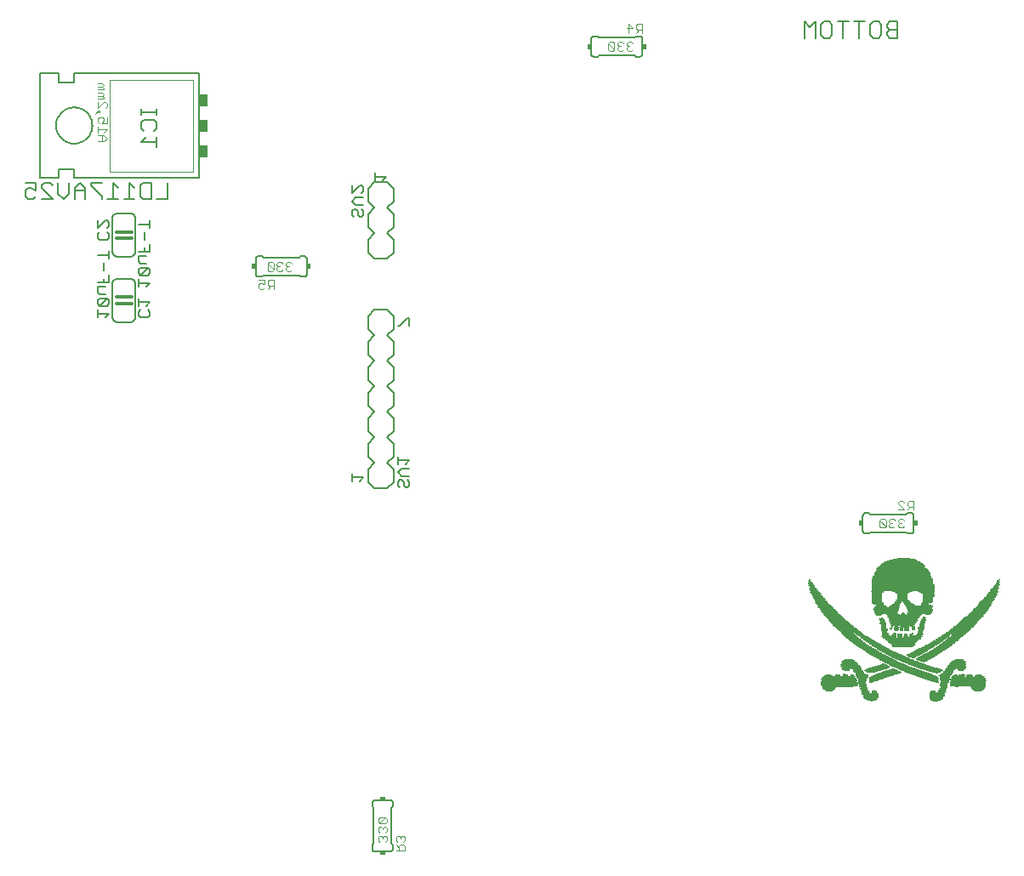
<source format=gbo>
G75*
%MOIN*%
%OFA0B0*%
%FSLAX24Y24*%
%IPPOS*%
%LPD*%
%AMOC8*
5,1,8,0,0,1.08239X$1,22.5*
%
%ADD10C,0.0060*%
%ADD11R,0.0066X0.0033*%
%ADD12R,0.0167X0.0033*%
%ADD13R,0.0334X0.0033*%
%ADD14R,0.0367X0.0033*%
%ADD15R,0.0466X0.0033*%
%ADD16R,0.0467X0.0033*%
%ADD17R,0.0500X0.0033*%
%ADD18R,0.0533X0.0033*%
%ADD19R,0.0567X0.0033*%
%ADD20R,0.0566X0.0033*%
%ADD21R,0.0600X0.0033*%
%ADD22R,0.0566X0.0033*%
%ADD23R,0.0600X0.0033*%
%ADD24R,0.0634X0.0033*%
%ADD25R,0.0633X0.0033*%
%ADD26R,0.0634X0.0033*%
%ADD27R,0.0633X0.0033*%
%ADD28R,0.0300X0.0033*%
%ADD29R,0.0233X0.0033*%
%ADD30R,0.0333X0.0033*%
%ADD31R,0.0233X0.0033*%
%ADD32R,0.0234X0.0033*%
%ADD33R,0.0267X0.0033*%
%ADD34R,0.0333X0.0033*%
%ADD35R,0.0033X0.0033*%
%ADD36R,0.0400X0.0033*%
%ADD37R,0.0434X0.0033*%
%ADD38R,0.0300X0.0033*%
%ADD39R,0.0266X0.0033*%
%ADD40R,0.0266X0.0033*%
%ADD41R,0.1200X0.0033*%
%ADD42R,0.0267X0.0033*%
%ADD43R,0.0133X0.0033*%
%ADD44R,0.1400X0.0033*%
%ADD45R,0.1434X0.0033*%
%ADD46R,0.1434X0.0033*%
%ADD47R,0.1433X0.0033*%
%ADD48R,0.1467X0.0033*%
%ADD49R,0.1433X0.0033*%
%ADD50R,0.0133X0.0033*%
%ADD51R,0.0366X0.0033*%
%ADD52R,0.0433X0.0033*%
%ADD53R,0.0466X0.0033*%
%ADD54R,0.1367X0.0033*%
%ADD55R,0.1367X0.0033*%
%ADD56R,0.0366X0.0033*%
%ADD57R,0.0533X0.0033*%
%ADD58R,0.0367X0.0033*%
%ADD59R,0.1333X0.0033*%
%ADD60R,0.0666X0.0033*%
%ADD61R,0.1334X0.0033*%
%ADD62R,0.1300X0.0033*%
%ADD63R,0.0434X0.0033*%
%ADD64R,0.0700X0.0033*%
%ADD65R,0.0733X0.0033*%
%ADD66R,0.1267X0.0033*%
%ADD67R,0.0766X0.0033*%
%ADD68R,0.0800X0.0033*%
%ADD69R,0.0433X0.0033*%
%ADD70R,0.0500X0.0033*%
%ADD71R,0.0400X0.0033*%
%ADD72R,0.0166X0.0033*%
%ADD73R,0.0800X0.0033*%
%ADD74R,0.0833X0.0033*%
%ADD75R,0.0200X0.0033*%
%ADD76R,0.0134X0.0033*%
%ADD77R,0.0100X0.0033*%
%ADD78R,0.0866X0.0033*%
%ADD79R,0.0867X0.0033*%
%ADD80R,0.0067X0.0033*%
%ADD81R,0.0866X0.0033*%
%ADD82R,0.0834X0.0033*%
%ADD83R,0.0100X0.0033*%
%ADD84R,0.0700X0.0033*%
%ADD85R,0.0767X0.0033*%
%ADD86R,0.0667X0.0033*%
%ADD87R,0.0734X0.0033*%
%ADD88R,0.0334X0.0033*%
%ADD89R,0.0767X0.0033*%
%ADD90R,0.0166X0.0033*%
%ADD91R,0.0734X0.0033*%
%ADD92R,0.0567X0.0033*%
%ADD93R,0.0733X0.0033*%
%ADD94R,0.0667X0.0033*%
%ADD95R,0.0067X0.0033*%
%ADD96R,0.0534X0.0033*%
%ADD97R,0.0534X0.0033*%
%ADD98R,0.0467X0.0033*%
%ADD99R,0.0933X0.0033*%
%ADD100R,0.1033X0.0033*%
%ADD101R,0.1100X0.0033*%
%ADD102R,0.1134X0.0033*%
%ADD103R,0.1500X0.0033*%
%ADD104R,0.0167X0.0033*%
%ADD105R,0.0200X0.0033*%
%ADD106R,0.0867X0.0033*%
%ADD107R,0.0134X0.0033*%
%ADD108R,0.0066X0.0033*%
%ADD109R,0.0833X0.0033*%
%ADD110R,0.0234X0.0033*%
%ADD111R,0.0766X0.0033*%
%ADD112R,0.0900X0.0033*%
%ADD113R,0.0967X0.0033*%
%ADD114R,0.1000X0.0033*%
%ADD115R,0.1034X0.0033*%
%ADD116R,0.1133X0.0033*%
%ADD117R,0.1166X0.0033*%
%ADD118R,0.1234X0.0033*%
%ADD119R,0.1267X0.0033*%
%ADD120R,0.1333X0.0033*%
%ADD121R,0.0900X0.0033*%
%ADD122R,0.0967X0.0033*%
%ADD123R,0.0934X0.0033*%
%ADD124R,0.1000X0.0033*%
%ADD125R,0.1033X0.0033*%
%ADD126R,0.1067X0.0033*%
%ADD127R,0.2467X0.0033*%
%ADD128R,0.2467X0.0033*%
%ADD129R,0.2433X0.0033*%
%ADD130R,0.2433X0.0033*%
%ADD131R,0.2367X0.0033*%
%ADD132R,0.2367X0.0033*%
%ADD133R,0.2300X0.0033*%
%ADD134R,0.2300X0.0033*%
%ADD135R,0.2233X0.0033*%
%ADD136R,0.2233X0.0033*%
%ADD137R,0.2200X0.0033*%
%ADD138R,0.2167X0.0033*%
%ADD139R,0.2134X0.0033*%
%ADD140R,0.2066X0.0033*%
%ADD141R,0.2000X0.0033*%
%ADD142R,0.1967X0.0033*%
%ADD143R,0.1900X0.0033*%
%ADD144R,0.1833X0.0033*%
%ADD145R,0.1800X0.0033*%
%ADD146R,0.1734X0.0033*%
%ADD147R,0.1666X0.0033*%
%ADD148R,0.1567X0.0033*%
%ADD149R,0.1466X0.0033*%
%ADD150R,0.1233X0.0033*%
%ADD151C,0.0040*%
%ADD152R,0.0150X0.0200*%
%ADD153R,0.0200X0.0150*%
%ADD154C,0.0050*%
%ADD155C,0.0020*%
%ADD156R,0.0350X0.0500*%
%ADD157C,0.0070*%
%ADD158C,0.0120*%
D10*
X013771Y003472D02*
X013771Y003622D01*
X013821Y003672D01*
X013821Y005072D01*
X013771Y005122D01*
X013771Y005272D01*
X013773Y005289D01*
X013777Y005306D01*
X013784Y005322D01*
X013794Y005336D01*
X013807Y005349D01*
X013821Y005359D01*
X013837Y005366D01*
X013854Y005370D01*
X013871Y005372D01*
X014471Y005372D01*
X014488Y005370D01*
X014505Y005366D01*
X014521Y005359D01*
X014535Y005349D01*
X014548Y005336D01*
X014558Y005322D01*
X014565Y005306D01*
X014569Y005289D01*
X014571Y005272D01*
X014571Y005122D01*
X014521Y005072D01*
X014521Y003672D01*
X014571Y003622D01*
X014571Y003472D01*
X014569Y003455D01*
X014565Y003438D01*
X014558Y003422D01*
X014548Y003408D01*
X014535Y003395D01*
X014521Y003385D01*
X014505Y003378D01*
X014488Y003374D01*
X014471Y003372D01*
X013871Y003372D01*
X013854Y003374D01*
X013837Y003378D01*
X013821Y003385D01*
X013807Y003395D01*
X013794Y003408D01*
X013784Y003422D01*
X013777Y003438D01*
X013773Y003455D01*
X013771Y003472D01*
X013850Y017600D02*
X013600Y017850D01*
X013600Y018350D01*
X013850Y018600D01*
X013600Y018850D01*
X013600Y019350D01*
X013850Y019600D01*
X013600Y019850D01*
X013600Y020350D01*
X013850Y020600D01*
X013600Y020850D01*
X013600Y021350D01*
X013850Y021600D01*
X013600Y021850D01*
X013600Y022350D01*
X013850Y022600D01*
X013600Y022850D01*
X013600Y023350D01*
X013850Y023600D01*
X013600Y023850D01*
X013600Y024350D01*
X013850Y024600D01*
X014350Y024600D01*
X014600Y024350D01*
X014600Y023850D01*
X014350Y023600D01*
X014600Y023350D01*
X014600Y022850D01*
X014350Y022600D01*
X014600Y022350D01*
X014600Y021850D01*
X014350Y021600D01*
X014600Y021350D01*
X014600Y020850D01*
X014350Y020600D01*
X014600Y020350D01*
X014600Y019850D01*
X014350Y019600D01*
X014600Y019350D01*
X014600Y018850D01*
X014350Y018600D01*
X014600Y018350D01*
X014600Y017850D01*
X014350Y017600D01*
X013850Y017600D01*
X011098Y025895D02*
X010948Y025895D01*
X010898Y025945D01*
X009498Y025945D01*
X009448Y025895D01*
X009298Y025895D01*
X009281Y025897D01*
X009264Y025901D01*
X009248Y025908D01*
X009234Y025918D01*
X009221Y025931D01*
X009211Y025945D01*
X009204Y025961D01*
X009200Y025978D01*
X009198Y025995D01*
X009198Y026595D01*
X009200Y026612D01*
X009204Y026629D01*
X009211Y026645D01*
X009221Y026659D01*
X009234Y026672D01*
X009248Y026682D01*
X009264Y026689D01*
X009281Y026693D01*
X009298Y026695D01*
X009448Y026695D01*
X009498Y026645D01*
X010898Y026645D01*
X010948Y026695D01*
X011098Y026695D01*
X011115Y026693D01*
X011132Y026689D01*
X011148Y026682D01*
X011162Y026672D01*
X011175Y026659D01*
X011185Y026645D01*
X011192Y026629D01*
X011196Y026612D01*
X011198Y026595D01*
X011198Y025995D01*
X011196Y025978D01*
X011192Y025961D01*
X011185Y025945D01*
X011175Y025931D01*
X011162Y025918D01*
X011148Y025908D01*
X011132Y025901D01*
X011115Y025897D01*
X011098Y025895D01*
X013600Y026850D02*
X013850Y026600D01*
X014350Y026600D01*
X014600Y026850D01*
X014600Y027350D01*
X014350Y027600D01*
X014600Y027850D01*
X014600Y028350D01*
X014350Y028600D01*
X014600Y028850D01*
X014600Y029350D01*
X014350Y029600D01*
X013850Y029600D01*
X013600Y029350D01*
X013600Y028850D01*
X013850Y028600D01*
X013600Y028350D01*
X013600Y027850D01*
X013850Y027600D01*
X013600Y027350D01*
X013600Y026850D01*
X006985Y029768D02*
X002085Y029768D01*
X002085Y030118D01*
X001485Y030118D01*
X001485Y029768D01*
X000735Y029768D01*
X000735Y033868D01*
X001485Y033868D01*
X001485Y033518D01*
X002085Y033518D01*
X002085Y033868D01*
X006985Y033868D01*
X006985Y029768D01*
X004483Y028181D02*
X004483Y026881D01*
X004481Y026855D01*
X004476Y026829D01*
X004468Y026804D01*
X004456Y026781D01*
X004442Y026759D01*
X004424Y026740D01*
X004405Y026722D01*
X004383Y026708D01*
X004360Y026696D01*
X004335Y026688D01*
X004309Y026683D01*
X004283Y026681D01*
X003783Y026681D01*
X003757Y026683D01*
X003731Y026688D01*
X003706Y026696D01*
X003683Y026708D01*
X003661Y026722D01*
X003642Y026740D01*
X003624Y026759D01*
X003610Y026781D01*
X003598Y026804D01*
X003590Y026829D01*
X003585Y026855D01*
X003583Y026881D01*
X003583Y028181D01*
X003585Y028207D01*
X003590Y028233D01*
X003598Y028258D01*
X003610Y028281D01*
X003624Y028303D01*
X003642Y028322D01*
X003661Y028340D01*
X003683Y028354D01*
X003706Y028366D01*
X003731Y028374D01*
X003757Y028379D01*
X003783Y028381D01*
X004283Y028381D01*
X004309Y028379D01*
X004335Y028374D01*
X004360Y028366D01*
X004383Y028354D01*
X004405Y028340D01*
X004424Y028322D01*
X004442Y028303D01*
X004456Y028281D01*
X004468Y028258D01*
X004476Y028233D01*
X004481Y028207D01*
X004483Y028181D01*
X004283Y025814D02*
X003783Y025814D01*
X003757Y025812D01*
X003731Y025807D01*
X003706Y025799D01*
X003683Y025787D01*
X003661Y025773D01*
X003642Y025755D01*
X003624Y025736D01*
X003610Y025714D01*
X003598Y025691D01*
X003590Y025666D01*
X003585Y025640D01*
X003583Y025614D01*
X003583Y024314D01*
X003585Y024288D01*
X003590Y024262D01*
X003598Y024237D01*
X003610Y024214D01*
X003624Y024192D01*
X003642Y024173D01*
X003661Y024155D01*
X003683Y024141D01*
X003706Y024129D01*
X003731Y024121D01*
X003757Y024116D01*
X003783Y024114D01*
X004283Y024114D01*
X004309Y024116D01*
X004335Y024121D01*
X004360Y024129D01*
X004383Y024141D01*
X004405Y024155D01*
X004424Y024173D01*
X004442Y024192D01*
X004456Y024214D01*
X004468Y024237D01*
X004476Y024262D01*
X004481Y024288D01*
X004483Y024314D01*
X004483Y025614D01*
X004481Y025640D01*
X004476Y025666D01*
X004468Y025691D01*
X004456Y025714D01*
X004442Y025736D01*
X004424Y025755D01*
X004405Y025773D01*
X004383Y025787D01*
X004360Y025799D01*
X004335Y025807D01*
X004309Y025812D01*
X004283Y025814D01*
X001375Y031818D02*
X001377Y031871D01*
X001383Y031924D01*
X001393Y031976D01*
X001407Y032027D01*
X001424Y032077D01*
X001445Y032126D01*
X001470Y032173D01*
X001498Y032218D01*
X001530Y032261D01*
X001565Y032301D01*
X001602Y032338D01*
X001642Y032373D01*
X001685Y032405D01*
X001730Y032433D01*
X001777Y032458D01*
X001826Y032479D01*
X001876Y032496D01*
X001927Y032510D01*
X001979Y032520D01*
X002032Y032526D01*
X002085Y032528D01*
X002138Y032526D01*
X002191Y032520D01*
X002243Y032510D01*
X002294Y032496D01*
X002344Y032479D01*
X002393Y032458D01*
X002440Y032433D01*
X002485Y032405D01*
X002528Y032373D01*
X002568Y032338D01*
X002605Y032301D01*
X002640Y032261D01*
X002672Y032218D01*
X002700Y032173D01*
X002725Y032126D01*
X002746Y032077D01*
X002763Y032027D01*
X002777Y031976D01*
X002787Y031924D01*
X002793Y031871D01*
X002795Y031818D01*
X002793Y031765D01*
X002787Y031712D01*
X002777Y031660D01*
X002763Y031609D01*
X002746Y031559D01*
X002725Y031510D01*
X002700Y031463D01*
X002672Y031418D01*
X002640Y031375D01*
X002605Y031335D01*
X002568Y031298D01*
X002528Y031263D01*
X002485Y031231D01*
X002440Y031203D01*
X002393Y031178D01*
X002344Y031157D01*
X002294Y031140D01*
X002243Y031126D01*
X002191Y031116D01*
X002138Y031110D01*
X002085Y031108D01*
X002032Y031110D01*
X001979Y031116D01*
X001927Y031126D01*
X001876Y031140D01*
X001826Y031157D01*
X001777Y031178D01*
X001730Y031203D01*
X001685Y031231D01*
X001642Y031263D01*
X001602Y031298D01*
X001565Y031335D01*
X001530Y031375D01*
X001498Y031418D01*
X001470Y031463D01*
X001445Y031510D01*
X001424Y031559D01*
X001407Y031609D01*
X001393Y031660D01*
X001383Y031712D01*
X001377Y031765D01*
X001375Y031818D01*
X022353Y034619D02*
X022353Y035219D01*
X022355Y035236D01*
X022359Y035253D01*
X022366Y035269D01*
X022376Y035283D01*
X022389Y035296D01*
X022403Y035306D01*
X022419Y035313D01*
X022436Y035317D01*
X022453Y035319D01*
X022603Y035319D01*
X022653Y035269D01*
X024053Y035269D01*
X024103Y035319D01*
X024253Y035319D01*
X024270Y035317D01*
X024287Y035313D01*
X024303Y035306D01*
X024317Y035296D01*
X024330Y035283D01*
X024340Y035269D01*
X024347Y035253D01*
X024351Y035236D01*
X024353Y035219D01*
X024353Y034619D01*
X024351Y034602D01*
X024347Y034585D01*
X024340Y034569D01*
X024330Y034555D01*
X024317Y034542D01*
X024303Y034532D01*
X024287Y034525D01*
X024270Y034521D01*
X024253Y034519D01*
X024103Y034519D01*
X024053Y034569D01*
X022653Y034569D01*
X022603Y034519D01*
X022453Y034519D01*
X022436Y034521D01*
X022419Y034525D01*
X022403Y034532D01*
X022389Y034542D01*
X022376Y034555D01*
X022366Y034569D01*
X022359Y034585D01*
X022355Y034602D01*
X022353Y034619D01*
X030712Y035248D02*
X030712Y035889D01*
X030925Y035675D01*
X031139Y035889D01*
X031139Y035248D01*
X031356Y035355D02*
X031356Y035782D01*
X031463Y035889D01*
X031676Y035889D01*
X031783Y035782D01*
X031783Y035355D01*
X031676Y035248D01*
X031463Y035248D01*
X031356Y035355D01*
X032001Y035889D02*
X032428Y035889D01*
X032214Y035889D02*
X032214Y035248D01*
X032859Y035248D02*
X032859Y035889D01*
X033072Y035889D02*
X032645Y035889D01*
X033290Y035782D02*
X033290Y035355D01*
X033397Y035248D01*
X033610Y035248D01*
X033717Y035355D01*
X033717Y035782D01*
X033610Y035889D01*
X033397Y035889D01*
X033290Y035782D01*
X033934Y035782D02*
X033934Y035675D01*
X034041Y035568D01*
X034361Y035568D01*
X034361Y035248D02*
X034041Y035248D01*
X033934Y035355D01*
X033934Y035462D01*
X034041Y035568D01*
X033934Y035782D02*
X034041Y035889D01*
X034361Y035889D01*
X034361Y035248D01*
X034743Y016630D02*
X034693Y016580D01*
X033293Y016580D01*
X033243Y016630D01*
X033093Y016630D01*
X033076Y016628D01*
X033059Y016624D01*
X033043Y016617D01*
X033029Y016607D01*
X033016Y016594D01*
X033006Y016580D01*
X032999Y016564D01*
X032995Y016547D01*
X032993Y016530D01*
X032993Y015930D01*
X032995Y015913D01*
X032999Y015896D01*
X033006Y015880D01*
X033016Y015866D01*
X033029Y015853D01*
X033043Y015843D01*
X033059Y015836D01*
X033076Y015832D01*
X033093Y015830D01*
X033243Y015830D01*
X033293Y015880D01*
X034693Y015880D01*
X034743Y015830D01*
X034893Y015830D01*
X034910Y015832D01*
X034927Y015836D01*
X034943Y015843D01*
X034957Y015853D01*
X034970Y015866D01*
X034980Y015880D01*
X034987Y015896D01*
X034991Y015913D01*
X034993Y015930D01*
X034993Y016530D01*
X034991Y016547D01*
X034987Y016564D01*
X034980Y016580D01*
X034970Y016594D01*
X034957Y016607D01*
X034943Y016617D01*
X034927Y016624D01*
X034910Y016628D01*
X034893Y016630D01*
X034743Y016630D01*
D11*
X034135Y012181D03*
X034135Y012148D03*
X033335Y009248D03*
D12*
X033451Y009648D03*
X032018Y010281D03*
X034218Y011848D03*
X034318Y012048D03*
X034318Y012081D03*
X034318Y012148D03*
X034518Y012148D03*
X034718Y012148D03*
X034718Y012181D03*
X034718Y012081D03*
X034718Y012048D03*
X034951Y012181D03*
X034451Y011881D03*
X034451Y011848D03*
X034451Y011781D03*
X034451Y011748D03*
X033718Y012481D03*
X030951Y013848D03*
X030951Y013881D03*
X035751Y009648D03*
X035851Y009248D03*
X036618Y010248D03*
D13*
X033335Y009281D03*
X032435Y010881D03*
X031635Y010248D03*
X033035Y011781D03*
X038135Y013548D03*
D14*
X036151Y011748D03*
X036051Y011681D03*
X035851Y011548D03*
X036418Y010481D03*
X036351Y010381D03*
X036218Y010148D03*
X036218Y010081D03*
X035851Y009281D03*
X033318Y011581D03*
X033218Y011648D03*
X032818Y010448D03*
X032851Y010381D03*
X034251Y012981D03*
X034818Y013048D03*
X031151Y013481D03*
D15*
X033335Y010414D03*
X033335Y009314D03*
D16*
X032968Y010214D03*
X033768Y011314D03*
X033568Y013114D03*
X033568Y013514D03*
X035568Y013414D03*
X037901Y013214D03*
X037501Y009714D03*
X035868Y009314D03*
D17*
X036218Y010248D03*
X036285Y011481D03*
X036385Y011548D03*
X036418Y011581D03*
X036518Y011648D03*
X036552Y011681D03*
X036618Y011748D03*
X036752Y011848D03*
X035385Y011281D03*
X035318Y011248D03*
X035052Y011748D03*
X033885Y011248D03*
X033818Y011281D03*
X033118Y011348D03*
X032985Y011448D03*
X032918Y011481D03*
X032852Y011548D03*
X032785Y011581D03*
X032718Y011648D03*
X032685Y011681D03*
X032585Y011748D03*
X032552Y011781D03*
X032485Y011848D03*
X032452Y011881D03*
X031452Y013048D03*
X031418Y013081D03*
X033585Y013548D03*
X033718Y012948D03*
X034552Y013481D03*
X035552Y013481D03*
X034618Y014848D03*
X037785Y013048D03*
X037852Y013148D03*
X037885Y013181D03*
X034152Y010448D03*
X032985Y010281D03*
X032985Y010248D03*
X033318Y009348D03*
X031685Y009748D03*
D18*
X033068Y011381D03*
X033268Y011248D03*
X034001Y011181D03*
X034068Y011148D03*
X034968Y011048D03*
X035201Y011181D03*
X035068Y011781D03*
X036001Y011281D03*
X036101Y011348D03*
X037501Y009781D03*
X037501Y009748D03*
X035868Y009348D03*
X034168Y012648D03*
X034568Y013181D03*
X031501Y012981D03*
X037701Y012948D03*
X037801Y013081D03*
D19*
X037651Y012881D03*
X037618Y012848D03*
X035651Y011081D03*
X034018Y011781D03*
X033451Y011148D03*
X033551Y011081D03*
X033618Y011048D03*
X032451Y010781D03*
X033318Y009381D03*
X031518Y012948D03*
D20*
X031585Y012881D03*
X033385Y011181D03*
X031685Y009781D03*
X035885Y009381D03*
X035785Y011148D03*
D21*
X035368Y010914D03*
X034335Y011014D03*
X033868Y010914D03*
X033668Y011014D03*
X033302Y009414D03*
X031635Y012814D03*
X034535Y013514D03*
X037602Y012814D03*
X037502Y009814D03*
D22*
X035885Y009414D03*
X035685Y010114D03*
X035885Y011214D03*
X035085Y011114D03*
X033485Y011114D03*
X037685Y012914D03*
D23*
X037568Y012781D03*
X037535Y012748D03*
X036735Y010781D03*
X035602Y011048D03*
X035435Y010948D03*
X035002Y011081D03*
X034402Y010981D03*
X034268Y011048D03*
X034202Y011081D03*
X033935Y010881D03*
X033802Y010948D03*
X033735Y010981D03*
X032468Y010748D03*
X033302Y009481D03*
X033302Y009448D03*
X035902Y009448D03*
X035902Y009481D03*
X035002Y012648D03*
X031668Y012781D03*
X031602Y012848D03*
D24*
X033285Y009514D03*
D25*
X034051Y010814D03*
X034551Y010914D03*
X035918Y009514D03*
X037418Y012614D03*
X037518Y012714D03*
X031718Y012714D03*
D26*
X031685Y012748D03*
X031785Y012648D03*
X033385Y010448D03*
X033985Y010848D03*
X034185Y010748D03*
X034485Y010948D03*
X035485Y010981D03*
X037485Y012681D03*
X035485Y013548D03*
X033285Y009548D03*
D27*
X033551Y010148D03*
X034118Y010781D03*
X034718Y010848D03*
X035918Y009581D03*
X035918Y009548D03*
X036718Y010748D03*
X037451Y012648D03*
X031751Y012681D03*
D28*
X031085Y013581D03*
X031052Y013648D03*
X032885Y011881D03*
X032918Y011848D03*
X033652Y012648D03*
X034318Y013048D03*
X034718Y013148D03*
X035452Y013081D03*
X035452Y013048D03*
X036285Y011848D03*
X034952Y010981D03*
X036185Y009948D03*
X036185Y009881D03*
X036185Y009848D03*
X036152Y009748D03*
X036118Y009681D03*
X036118Y009648D03*
X037552Y010248D03*
X038152Y013581D03*
X038185Y013648D03*
X032985Y009981D03*
X032985Y009948D03*
X033018Y009881D03*
X033018Y009848D03*
X033052Y009748D03*
X033085Y009648D03*
X033118Y009581D03*
X032352Y010481D03*
D29*
X032318Y010248D03*
X032018Y010248D03*
X033451Y009581D03*
X033851Y011948D03*
X033851Y011981D03*
X033818Y012148D03*
X033818Y012181D03*
X035251Y011981D03*
X035251Y011948D03*
X035318Y012248D03*
X035318Y012281D03*
X035351Y012381D03*
X037551Y010281D03*
X038218Y013748D03*
X031018Y013748D03*
D30*
X031068Y013614D03*
X033901Y011814D03*
X033101Y009614D03*
X036101Y009614D03*
X036201Y010014D03*
X036101Y011714D03*
D31*
X035251Y011914D03*
X035318Y012214D03*
X033818Y012214D03*
X033818Y012114D03*
X033351Y010014D03*
X033451Y009614D03*
X035751Y009614D03*
X038218Y013714D03*
X031018Y013714D03*
D32*
X030985Y013781D03*
X033785Y012281D03*
X034385Y013148D03*
X035285Y012148D03*
X035285Y012081D03*
X036885Y010281D03*
X036885Y010248D03*
X037185Y010248D03*
X031685Y009648D03*
D33*
X033068Y009681D03*
X033801Y010681D03*
X033868Y011848D03*
X033868Y011881D03*
X035201Y011848D03*
X036168Y009781D03*
X037501Y009648D03*
X038201Y013681D03*
D34*
X036201Y011781D03*
X036001Y011648D03*
X036768Y010881D03*
X036201Y010048D03*
X036201Y009981D03*
X035868Y010381D03*
X034168Y010481D03*
X033301Y010381D03*
X033401Y010048D03*
X032968Y010048D03*
X031668Y009681D03*
X033068Y011748D03*
X033168Y011681D03*
X034768Y013081D03*
X031101Y013548D03*
D35*
X034118Y012048D03*
X035651Y013081D03*
X033451Y009681D03*
D36*
X032968Y010148D03*
X033768Y010648D03*
X033535Y011448D03*
X033368Y011548D03*
X033702Y012981D03*
X033535Y013281D03*
X033535Y013348D03*
X033535Y013381D03*
X034535Y013381D03*
X034535Y013348D03*
X035535Y013181D03*
X035535Y013148D03*
X035902Y011581D03*
X035735Y011481D03*
X035335Y010848D03*
X036302Y010348D03*
X037502Y009681D03*
X038002Y013348D03*
X038035Y013381D03*
X038068Y013448D03*
X031235Y013348D03*
X031202Y013381D03*
X031168Y013448D03*
D37*
X033585Y011414D03*
X031685Y009714D03*
X036285Y010314D03*
X037985Y013314D03*
D38*
X038152Y013614D03*
X035185Y011814D03*
X034752Y013114D03*
X032985Y011814D03*
X032852Y011914D03*
X032985Y010014D03*
X033018Y009914D03*
X033018Y009814D03*
X033052Y009714D03*
X036185Y009914D03*
D39*
X036135Y009714D03*
X035835Y010014D03*
X033835Y012014D03*
D40*
X033835Y012048D03*
X033835Y012081D03*
X034335Y013081D03*
X035235Y011881D03*
X036835Y010481D03*
X033035Y009781D03*
X031035Y013681D03*
D41*
X034602Y012514D03*
X034535Y011614D03*
X032002Y009814D03*
D42*
X033868Y011914D03*
X034368Y013114D03*
X035368Y010814D03*
X036168Y009814D03*
X037168Y010214D03*
D43*
X036668Y009814D03*
X034668Y011814D03*
X034501Y012014D03*
X034501Y012114D03*
X034301Y012014D03*
X034968Y012114D03*
X035401Y012514D03*
X038301Y013914D03*
D44*
X034568Y011681D03*
X037135Y010048D03*
X037102Y009881D03*
X037102Y009848D03*
X032068Y009848D03*
X032068Y010048D03*
X032068Y010081D03*
D45*
X032085Y009881D03*
D46*
X032085Y009914D03*
D47*
X032051Y010014D03*
X037118Y010014D03*
X037118Y009914D03*
D48*
X032068Y009948D03*
X032068Y009981D03*
D49*
X037118Y009981D03*
X037118Y009948D03*
D50*
X035901Y009981D03*
X034968Y010948D03*
X034668Y011848D03*
X034668Y011881D03*
X034901Y011881D03*
X034968Y012048D03*
X034968Y012081D03*
X034968Y012148D03*
X034501Y012081D03*
X034501Y012048D03*
X034301Y012181D03*
X034568Y012681D03*
X033301Y009981D03*
X032568Y010281D03*
D51*
X032785Y010481D03*
X032885Y010348D03*
X032985Y010081D03*
X035785Y010048D03*
X036385Y010448D03*
X038085Y013481D03*
D52*
X037951Y013281D03*
X035551Y013281D03*
X035551Y013248D03*
X034551Y013248D03*
X034551Y013281D03*
X034551Y013448D03*
X034218Y012948D03*
X033618Y013048D03*
X033551Y013148D03*
X033551Y013181D03*
X033551Y013248D03*
X033551Y013448D03*
X033551Y013481D03*
X036751Y010848D03*
X036218Y010181D03*
X033451Y010081D03*
D53*
X032435Y010848D03*
X033635Y011381D03*
X031335Y013181D03*
X035735Y010081D03*
X036235Y010281D03*
X037935Y013248D03*
D54*
X037118Y010081D03*
D55*
X037118Y010114D03*
X034551Y014714D03*
X032051Y010114D03*
D56*
X032985Y010114D03*
X033685Y013014D03*
X034285Y013014D03*
X031185Y013414D03*
D57*
X031468Y013014D03*
X033168Y011314D03*
X033501Y010114D03*
X035268Y011214D03*
X036201Y011414D03*
X036468Y011614D03*
X037768Y013014D03*
D58*
X038118Y013514D03*
X035951Y011614D03*
X036351Y010414D03*
X036218Y010114D03*
X033118Y011714D03*
X032751Y010514D03*
X032818Y010414D03*
X031118Y013514D03*
D59*
X032068Y010148D03*
D60*
X034335Y010681D03*
X034635Y010881D03*
X035635Y010148D03*
X031935Y012481D03*
X031835Y012581D03*
D61*
X037135Y010148D03*
D62*
X037118Y010181D03*
X034552Y011648D03*
X032052Y010181D03*
D63*
X032985Y010181D03*
X033485Y011481D03*
X033585Y013081D03*
X031285Y013281D03*
X035685Y011448D03*
D64*
X035452Y010581D03*
X035252Y010648D03*
X035152Y010681D03*
X034585Y010581D03*
X034418Y010648D03*
X033718Y010581D03*
X033618Y010181D03*
X032485Y010681D03*
X036685Y010648D03*
X037152Y012348D03*
X037185Y012381D03*
X037252Y012448D03*
X037285Y012481D03*
X037352Y012548D03*
D65*
X037068Y012281D03*
X036668Y010581D03*
X035568Y010181D03*
X034668Y010548D03*
X032501Y010648D03*
X032068Y012348D03*
D66*
X032068Y010214D03*
D67*
X033685Y010214D03*
X036885Y012114D03*
D68*
X036768Y012014D03*
X035002Y010414D03*
X035502Y010214D03*
X032335Y012114D03*
D69*
X031318Y013214D03*
X031251Y013314D03*
X033551Y013214D03*
X034851Y013014D03*
X035551Y013314D03*
X035618Y011414D03*
X034951Y011014D03*
X036218Y010214D03*
X032918Y010314D03*
D70*
X032452Y010814D03*
X032885Y011514D03*
X033018Y011414D03*
X032752Y011614D03*
X032618Y011714D03*
X032518Y011814D03*
X032418Y011914D03*
X031385Y013114D03*
X033952Y011214D03*
X035452Y011314D03*
X035852Y010414D03*
X036752Y010214D03*
X036585Y011714D03*
X036718Y011814D03*
X037818Y013114D03*
X034552Y013214D03*
D71*
X034535Y013314D03*
X034535Y013414D03*
X035502Y013114D03*
X035468Y013014D03*
X035535Y013214D03*
X035802Y011514D03*
X036435Y010514D03*
X037568Y010214D03*
X038035Y013414D03*
X033535Y013414D03*
X033535Y013314D03*
X033268Y011614D03*
X033435Y011514D03*
D72*
X034885Y011848D03*
X035385Y012481D03*
X038285Y013848D03*
X038285Y013881D03*
X032585Y010248D03*
D73*
X033768Y010248D03*
X032535Y011948D03*
X032502Y011981D03*
X032402Y012048D03*
X032368Y012081D03*
X036735Y011981D03*
X036802Y012048D03*
X036935Y012148D03*
D74*
X035451Y010248D03*
X035351Y010281D03*
X034118Y010381D03*
X033851Y010281D03*
D75*
X032368Y010448D03*
X032302Y010281D03*
X031635Y010281D03*
X033802Y012248D03*
X033768Y012348D03*
X033768Y012381D03*
X033735Y012448D03*
X034568Y012648D03*
X035335Y012348D03*
X035368Y012448D03*
X035535Y012648D03*
X035302Y012181D03*
X035268Y012048D03*
X034668Y011781D03*
X034668Y011748D03*
X036835Y010448D03*
X037168Y010281D03*
X038235Y013781D03*
D76*
X036635Y010281D03*
X034535Y012181D03*
X034235Y011881D03*
D77*
X034118Y012114D03*
X033818Y010714D03*
X032285Y010314D03*
D78*
X033935Y010314D03*
D79*
X034568Y011414D03*
X035268Y010314D03*
X034601Y014814D03*
D80*
X034568Y012714D03*
X036901Y010314D03*
X030901Y014014D03*
D81*
X034035Y010348D03*
D82*
X035085Y010381D03*
X035185Y010348D03*
X036685Y011948D03*
D83*
X035418Y012548D03*
X034118Y012081D03*
X035918Y010348D03*
X038318Y013948D03*
X038318Y013981D03*
X030918Y013948D03*
D84*
X032018Y012414D03*
X034152Y010414D03*
X034485Y010614D03*
X035352Y010614D03*
X037218Y012414D03*
X037318Y012514D03*
D85*
X036951Y012181D03*
X036851Y012081D03*
X036651Y010548D03*
X035551Y010548D03*
X034918Y010448D03*
X034818Y010481D03*
X034551Y011381D03*
X033618Y010548D03*
X032551Y010548D03*
X032251Y012181D03*
X034551Y013548D03*
D86*
X034868Y010781D03*
X034968Y010748D03*
X035801Y010448D03*
X036701Y010681D03*
X037401Y012581D03*
X031968Y012448D03*
X031868Y012548D03*
D87*
X032035Y012381D03*
X032135Y012281D03*
X032535Y010581D03*
X033435Y010481D03*
X035735Y010481D03*
X037035Y012248D03*
D88*
X036235Y011814D03*
X036835Y010514D03*
X032335Y010514D03*
D89*
X032518Y010614D03*
X033551Y010514D03*
X032218Y012214D03*
X035651Y010514D03*
D90*
X034185Y010514D03*
D91*
X034735Y010514D03*
D92*
X035551Y011014D03*
X035718Y011114D03*
X033751Y010614D03*
X031551Y012914D03*
X035518Y013514D03*
D93*
X037001Y012214D03*
X037101Y012314D03*
X036668Y010614D03*
X032101Y012314D03*
D94*
X031901Y012514D03*
X031801Y012614D03*
X032468Y010714D03*
X034268Y010714D03*
X034801Y010814D03*
X035068Y010714D03*
X036701Y010714D03*
D95*
X035368Y010781D03*
X030901Y013981D03*
D96*
X033335Y011214D03*
X034135Y011114D03*
X036035Y011314D03*
X036335Y011514D03*
X036735Y010814D03*
D97*
X036235Y011448D03*
X036135Y011381D03*
X035935Y011248D03*
X035835Y011181D03*
X035335Y010881D03*
X035135Y011148D03*
X034035Y011748D03*
X033235Y011281D03*
X037735Y012981D03*
D98*
X036668Y011781D03*
X035568Y011381D03*
X035501Y011348D03*
X033701Y011348D03*
X035568Y013348D03*
X035568Y013381D03*
X035568Y013448D03*
X031368Y013148D03*
X031301Y013248D03*
D99*
X033901Y012781D03*
X033901Y012748D03*
X034568Y012248D03*
X034568Y011481D03*
X034568Y011448D03*
X035201Y012681D03*
D100*
X035218Y012914D03*
X034551Y011514D03*
D101*
X034552Y011548D03*
X034585Y012381D03*
D102*
X034535Y011581D03*
D103*
X034552Y011714D03*
D104*
X034451Y011814D03*
X034218Y011814D03*
X034318Y012114D03*
X034718Y012114D03*
X034718Y012014D03*
X033618Y012614D03*
D105*
X033735Y012414D03*
X034902Y011814D03*
X035268Y012014D03*
X035335Y012314D03*
X035368Y012414D03*
X038268Y013814D03*
X030968Y013814D03*
D106*
X036601Y011881D03*
D107*
X034235Y011914D03*
X030935Y013914D03*
D108*
X033735Y012514D03*
X034935Y011914D03*
X038335Y014014D03*
D109*
X036651Y011914D03*
X032451Y012014D03*
D110*
X033785Y012314D03*
X035285Y012114D03*
D111*
X032285Y012148D03*
X032185Y012248D03*
D112*
X033918Y012714D03*
X034552Y012214D03*
D113*
X034551Y012281D03*
D114*
X034568Y012314D03*
X035235Y012814D03*
X033935Y012914D03*
X033902Y012814D03*
D115*
X034585Y012348D03*
D116*
X034601Y012414D03*
D117*
X034585Y012448D03*
X034585Y012481D03*
D118*
X034585Y012548D03*
D119*
X034601Y012581D03*
D120*
X034601Y012614D03*
D121*
X033952Y012681D03*
D122*
X035218Y012714D03*
D123*
X035235Y012748D03*
D124*
X035235Y012781D03*
X035235Y012848D03*
X033902Y012848D03*
X033902Y012881D03*
D125*
X035218Y012881D03*
D126*
X035201Y012948D03*
X035201Y012981D03*
X034568Y014781D03*
D127*
X034568Y013781D03*
X034568Y013748D03*
X034568Y013681D03*
X034568Y013648D03*
X034568Y013581D03*
D128*
X034568Y013614D03*
X034568Y013714D03*
X034568Y013814D03*
D129*
X034551Y013848D03*
X034551Y013881D03*
X034551Y013948D03*
D130*
X034551Y013914D03*
D131*
X034551Y013981D03*
X034551Y014048D03*
D132*
X034551Y014014D03*
D133*
X034552Y014081D03*
X034552Y014148D03*
D134*
X034552Y014114D03*
D135*
X034551Y014181D03*
D136*
X034551Y014214D03*
D137*
X034535Y014248D03*
D138*
X034551Y014281D03*
D139*
X034535Y014314D03*
D140*
X034535Y014348D03*
X034535Y014381D03*
D141*
X034535Y014414D03*
D142*
X034518Y014448D03*
D143*
X034518Y014481D03*
D144*
X034518Y014514D03*
D145*
X034535Y014548D03*
D146*
X034535Y014581D03*
D147*
X034535Y014614D03*
D148*
X034551Y014648D03*
D149*
X034535Y014681D03*
D150*
X034551Y014748D03*
D151*
X034555Y016060D02*
X034438Y016060D01*
X034380Y016119D01*
X034380Y016177D01*
X034438Y016235D01*
X034496Y016235D01*
X034438Y016235D02*
X034380Y016294D01*
X034380Y016352D01*
X034438Y016410D01*
X034555Y016410D01*
X034613Y016352D01*
X034613Y016119D02*
X034555Y016060D01*
X034254Y016119D02*
X034196Y016060D01*
X034079Y016060D01*
X034021Y016119D01*
X034021Y016177D01*
X034079Y016235D01*
X034137Y016235D01*
X034079Y016235D02*
X034021Y016294D01*
X034021Y016352D01*
X034079Y016410D01*
X034196Y016410D01*
X034254Y016352D01*
X033895Y016352D02*
X033895Y016119D01*
X033661Y016352D01*
X033661Y016119D01*
X033720Y016060D01*
X033837Y016060D01*
X033895Y016119D01*
X033895Y016352D02*
X033837Y016410D01*
X033720Y016410D01*
X033661Y016352D01*
X034381Y016760D02*
X034614Y016760D01*
X034381Y016994D01*
X034381Y017052D01*
X034439Y017110D01*
X034556Y017110D01*
X034614Y017052D01*
X034740Y017052D02*
X034740Y016935D01*
X034798Y016877D01*
X034973Y016877D01*
X034856Y016877D02*
X034740Y016760D01*
X034973Y016760D02*
X034973Y017110D01*
X034798Y017110D01*
X034740Y017052D01*
X023914Y034749D02*
X023973Y034807D01*
X023914Y034749D02*
X023798Y034749D01*
X023739Y034807D01*
X023739Y034866D01*
X023798Y034924D01*
X023856Y034924D01*
X023798Y034924D02*
X023739Y034982D01*
X023739Y035041D01*
X023798Y035099D01*
X023914Y035099D01*
X023973Y035041D01*
X023614Y035041D02*
X023555Y035099D01*
X023439Y035099D01*
X023380Y035041D01*
X023380Y034982D01*
X023439Y034924D01*
X023380Y034866D01*
X023380Y034807D01*
X023439Y034749D01*
X023555Y034749D01*
X023614Y034807D01*
X023497Y034924D02*
X023439Y034924D01*
X023255Y034807D02*
X023021Y035041D01*
X023021Y034807D01*
X023079Y034749D01*
X023196Y034749D01*
X023255Y034807D01*
X023255Y035041D01*
X023196Y035099D01*
X023079Y035099D01*
X023021Y035041D01*
X023740Y035624D02*
X023974Y035624D01*
X023799Y035799D01*
X023799Y035449D01*
X024099Y035449D02*
X024216Y035566D01*
X024158Y035566D02*
X024333Y035566D01*
X024333Y035449D02*
X024333Y035799D01*
X024158Y035799D01*
X024099Y035741D01*
X024099Y035624D01*
X024158Y035566D01*
X010615Y026407D02*
X010557Y026465D01*
X010440Y026465D01*
X010382Y026407D01*
X010382Y026348D01*
X010440Y026290D01*
X010382Y026232D01*
X010382Y026173D01*
X010440Y026115D01*
X010557Y026115D01*
X010615Y026173D01*
X010499Y026290D02*
X010440Y026290D01*
X010256Y026407D02*
X010198Y026465D01*
X010081Y026465D01*
X010023Y026407D01*
X010023Y026348D01*
X010081Y026290D01*
X010023Y026232D01*
X010023Y026173D01*
X010081Y026115D01*
X010198Y026115D01*
X010256Y026173D01*
X010139Y026290D02*
X010081Y026290D01*
X009897Y026407D02*
X009839Y026465D01*
X009722Y026465D01*
X009664Y026407D01*
X009897Y026173D01*
X009839Y026115D01*
X009722Y026115D01*
X009664Y026173D01*
X009664Y026407D01*
X009897Y026407D02*
X009897Y026173D01*
X009896Y025765D02*
X009721Y025765D01*
X009663Y025707D01*
X009663Y025590D01*
X009721Y025532D01*
X009896Y025532D01*
X009779Y025532D02*
X009663Y025415D01*
X009537Y025473D02*
X009479Y025415D01*
X009362Y025415D01*
X009304Y025473D01*
X009304Y025590D01*
X009362Y025648D01*
X009420Y025648D01*
X009537Y025590D01*
X009537Y025765D01*
X009304Y025765D01*
X009896Y025765D02*
X009896Y025415D01*
X003365Y031311D02*
X003248Y031194D01*
X003015Y031194D01*
X003190Y031194D02*
X003190Y031428D01*
X003248Y031428D02*
X003015Y031428D01*
X003015Y031553D02*
X003015Y031787D01*
X003015Y031670D02*
X003365Y031670D01*
X003248Y031553D01*
X003248Y031428D02*
X003365Y031311D01*
X003365Y031912D02*
X003190Y031912D01*
X003248Y032029D01*
X003248Y032088D01*
X003190Y032146D01*
X003073Y032146D01*
X003015Y032088D01*
X003015Y031971D01*
X003073Y031912D01*
X003365Y031912D02*
X003365Y032146D01*
X003073Y032330D02*
X003015Y032330D01*
X003015Y032388D01*
X003073Y032388D01*
X003073Y032330D01*
X003015Y032388D02*
X002898Y032271D01*
X003015Y032511D02*
X003248Y032744D01*
X003307Y032744D01*
X003365Y032686D01*
X003365Y032569D01*
X003307Y032511D01*
X003015Y032511D02*
X003015Y032744D01*
X003015Y032870D02*
X003248Y032870D01*
X003248Y032928D01*
X003190Y032987D01*
X003248Y033045D01*
X003190Y033104D01*
X003015Y033104D01*
X003015Y032987D02*
X003190Y032987D01*
X003248Y033229D02*
X003248Y033287D01*
X003190Y033346D01*
X003248Y033404D01*
X003190Y033463D01*
X003015Y033463D01*
X003015Y033346D02*
X003190Y033346D01*
X003248Y033229D02*
X003015Y033229D01*
X014059Y004704D02*
X014001Y004645D01*
X014001Y004529D01*
X014059Y004470D01*
X014293Y004704D01*
X014059Y004704D01*
X014059Y004470D02*
X014293Y004470D01*
X014351Y004529D01*
X014351Y004645D01*
X014293Y004704D01*
X014293Y004345D02*
X014235Y004345D01*
X014176Y004286D01*
X014118Y004345D01*
X014059Y004345D01*
X014001Y004286D01*
X014001Y004170D01*
X014059Y004111D01*
X014059Y003986D02*
X014001Y003927D01*
X014001Y003810D01*
X014059Y003752D01*
X014176Y003869D02*
X014176Y003927D01*
X014118Y003986D01*
X014059Y003986D01*
X014176Y003927D02*
X014235Y003986D01*
X014293Y003986D01*
X014351Y003927D01*
X014351Y003810D01*
X014293Y003752D01*
X014293Y004111D02*
X014351Y004170D01*
X014351Y004286D01*
X014293Y004345D01*
X014176Y004286D02*
X014176Y004228D01*
X014701Y003926D02*
X014701Y003810D01*
X014759Y003751D01*
X014701Y003626D02*
X014818Y003509D01*
X014818Y003567D02*
X014818Y003392D01*
X014701Y003392D02*
X015051Y003392D01*
X015051Y003567D01*
X014993Y003626D01*
X014876Y003626D01*
X014818Y003567D01*
X014993Y003751D02*
X015051Y003810D01*
X015051Y003926D01*
X014993Y003985D01*
X014935Y003985D01*
X014876Y003926D01*
X014818Y003985D01*
X014759Y003985D01*
X014701Y003926D01*
X014876Y003926D02*
X014876Y003868D01*
D152*
X032918Y016230D03*
X035068Y016230D03*
X024428Y034919D03*
X022278Y034919D03*
X011273Y026295D03*
X009123Y026295D03*
D153*
X014171Y005447D03*
X014171Y003297D03*
D154*
X014850Y017625D02*
X014775Y017700D01*
X014775Y017850D01*
X014850Y017925D01*
X014925Y017925D01*
X015000Y017850D01*
X015000Y017700D01*
X015075Y017625D01*
X015150Y017625D01*
X015225Y017700D01*
X015225Y017850D01*
X015150Y017925D01*
X015225Y018085D02*
X014925Y018085D01*
X014775Y018236D01*
X014925Y018386D01*
X015225Y018386D01*
X015075Y018546D02*
X015225Y018696D01*
X014775Y018696D01*
X014775Y018546D02*
X014775Y018846D01*
X013425Y018025D02*
X012975Y018025D01*
X012975Y017875D02*
X012975Y018175D01*
X013275Y017875D02*
X013425Y018025D01*
X014775Y023975D02*
X014850Y023975D01*
X015150Y024275D01*
X015225Y024275D01*
X015225Y023975D01*
X013350Y028244D02*
X013275Y028244D01*
X013200Y028319D01*
X013200Y028469D01*
X013125Y028544D01*
X013050Y028544D01*
X012975Y028469D01*
X012975Y028319D01*
X013050Y028244D01*
X013350Y028244D02*
X013425Y028319D01*
X013425Y028469D01*
X013350Y028544D01*
X013425Y028704D02*
X013125Y028704D01*
X012975Y028854D01*
X013125Y029004D01*
X013425Y029004D01*
X013350Y029165D02*
X013425Y029240D01*
X013425Y029390D01*
X013350Y029465D01*
X013275Y029465D01*
X012975Y029165D01*
X012975Y029465D01*
X013875Y029665D02*
X013875Y029965D01*
X013875Y029815D02*
X014325Y029815D01*
X014175Y029665D01*
X005058Y028095D02*
X005058Y027795D01*
X005058Y027945D02*
X004608Y027945D01*
X004833Y027635D02*
X004833Y027335D01*
X005058Y027175D02*
X005058Y026874D01*
X004608Y026874D01*
X004608Y026714D02*
X004908Y026714D01*
X004833Y026874D02*
X004833Y027025D01*
X004608Y026714D02*
X004608Y026489D01*
X004683Y026414D01*
X004908Y026414D01*
X004983Y026254D02*
X004683Y025954D01*
X004608Y026029D01*
X004608Y026179D01*
X004683Y026254D01*
X004983Y026254D01*
X005058Y026179D01*
X005058Y026029D01*
X004983Y025954D01*
X004683Y025954D01*
X004608Y025793D02*
X004608Y025493D01*
X004608Y025643D02*
X005058Y025643D01*
X004908Y025493D01*
X004608Y025050D02*
X004608Y024750D01*
X004608Y024900D02*
X005058Y024900D01*
X004908Y024750D01*
X004983Y024589D02*
X005058Y024514D01*
X005058Y024364D01*
X004983Y024289D01*
X004683Y024289D01*
X004608Y024364D01*
X004608Y024514D01*
X004683Y024589D01*
X003458Y024439D02*
X003008Y024439D01*
X003008Y024289D02*
X003008Y024589D01*
X003083Y024750D02*
X003383Y025050D01*
X003083Y025050D01*
X003008Y024975D01*
X003008Y024825D01*
X003083Y024750D01*
X003383Y024750D01*
X003458Y024825D01*
X003458Y024975D01*
X003383Y025050D01*
X003308Y025210D02*
X003083Y025210D01*
X003008Y025285D01*
X003008Y025510D01*
X003308Y025510D01*
X003233Y025670D02*
X003233Y025820D01*
X003008Y025670D02*
X003458Y025670D01*
X003458Y025971D01*
X003233Y026131D02*
X003233Y026431D01*
X003458Y026591D02*
X003458Y026891D01*
X003458Y026741D02*
X003008Y026741D01*
X003083Y027335D02*
X003008Y027410D01*
X003008Y027560D01*
X003083Y027635D01*
X003008Y027795D02*
X003308Y028095D01*
X003383Y028095D01*
X003458Y028020D01*
X003458Y027870D01*
X003383Y027795D01*
X003383Y027635D02*
X003458Y027560D01*
X003458Y027410D01*
X003383Y027335D01*
X003083Y027335D01*
X003008Y027795D02*
X003008Y028095D01*
X003458Y024439D02*
X003308Y024289D01*
D155*
X003485Y030018D02*
X003485Y033618D01*
X006735Y033618D01*
X006735Y030018D01*
X003485Y030018D01*
D156*
X007160Y030818D03*
X007160Y031818D03*
X007160Y032818D03*
D157*
X005325Y032456D02*
X005325Y032246D01*
X005325Y032351D02*
X004695Y032351D01*
X004695Y032456D02*
X004695Y032246D01*
X004800Y032027D02*
X004695Y031922D01*
X004695Y031711D01*
X004800Y031606D01*
X004905Y031382D02*
X004695Y031172D01*
X005325Y031172D01*
X005325Y031382D02*
X005325Y030962D01*
X005220Y031606D02*
X005325Y031711D01*
X005325Y031922D01*
X005220Y032027D01*
X004800Y032027D01*
X004786Y029575D02*
X004681Y029469D01*
X004681Y029049D01*
X004786Y028944D01*
X005101Y028944D01*
X005101Y029575D01*
X004786Y029575D01*
X004457Y029364D02*
X004247Y029575D01*
X004247Y028944D01*
X004457Y028944D02*
X004036Y028944D01*
X003812Y028944D02*
X003392Y028944D01*
X003602Y028944D02*
X003602Y029575D01*
X003812Y029364D01*
X003168Y029575D02*
X002747Y029575D01*
X002747Y029469D01*
X003168Y029049D01*
X003168Y028944D01*
X002523Y028944D02*
X002523Y029364D01*
X002313Y029575D01*
X002103Y029364D01*
X002103Y028944D01*
X001879Y029154D02*
X001879Y029575D01*
X002103Y029259D02*
X002523Y029259D01*
X001879Y029154D02*
X001668Y028944D01*
X001458Y029154D01*
X001458Y029575D01*
X001234Y029469D02*
X001129Y029575D01*
X000919Y029575D01*
X000814Y029469D01*
X000814Y029364D01*
X001234Y028944D01*
X000814Y028944D01*
X000590Y029049D02*
X000484Y028944D01*
X000274Y028944D01*
X000169Y029049D01*
X000169Y029259D01*
X000274Y029364D01*
X000379Y029364D01*
X000590Y029259D01*
X000590Y029575D01*
X000169Y029575D01*
X005326Y028944D02*
X005746Y028944D01*
X005746Y029575D01*
D158*
X004333Y027651D02*
X003733Y027651D01*
X003733Y027401D02*
X004333Y027401D01*
X004333Y025094D02*
X003733Y025094D01*
X003733Y024844D02*
X004333Y024844D01*
M02*

</source>
